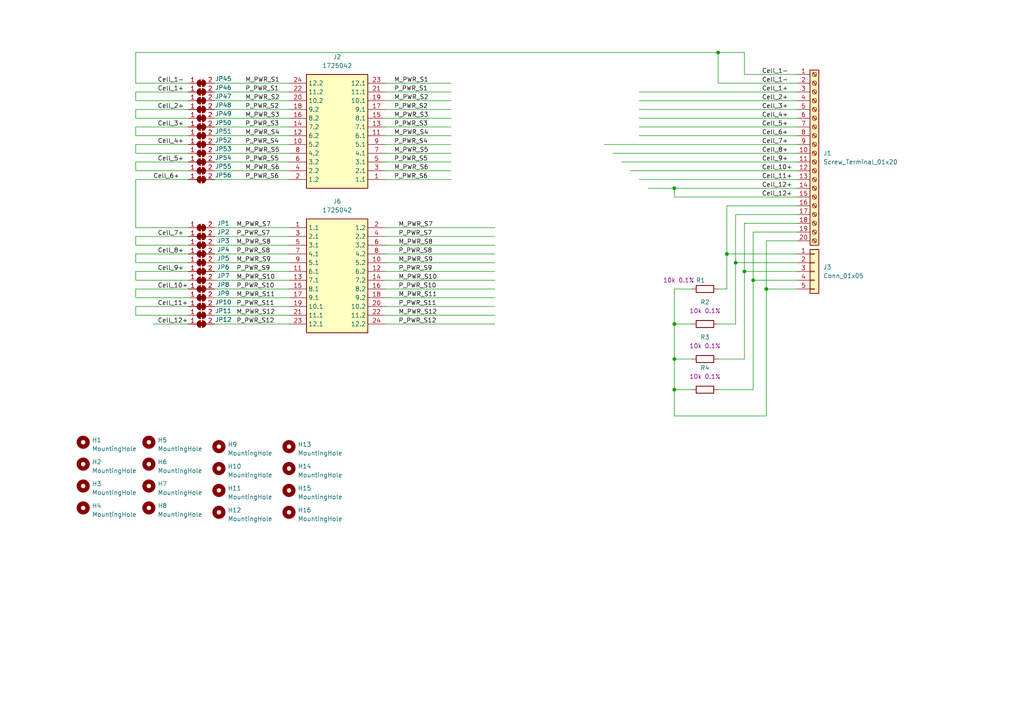
<source format=kicad_sch>
(kicad_sch (version 20230121) (generator eeschema)
  (paper "A4")
  (lib_symbols
    (symbol "Connector_Generic:Conn_01x05" (pin_names (offset 1.016) hide)
      (property "Reference" "J" (at 0 7.62 0))
      (property "Value" "Conn_01x05" (at 0 -7.62 0))
      (symbol "Conn_01x05_1_1"
        (rectangle (start -1.27 -4.953) (end 0 -5.207) (stroke (width 0.1524)))
        (rectangle (start -1.27 -2.413) (end 0 -2.667) (stroke (width 0.1524)))
        (rectangle (start -1.27 0.127) (end 0 -0.127) (stroke (width 0.1524)))
        (rectangle (start -1.27 2.667) (end 0 2.413) (stroke (width 0.1524)))
        (rectangle (start -1.27 5.207) (end 0 4.953) (stroke (width 0.1524)))
        (rectangle (start -1.27 6.35) (end 1.27 -6.35) (stroke (width 0.254)) (fill (type background)))
        (pin passive line (at -5.08 5.08 0) (length 3.81) (name "Pin_1") (number "1"))
        (pin passive line (at -5.08 2.54 0) (length 3.81) (name "Pin_2") (number "2"))
        (pin passive line (at -5.08 0 0) (length 3.81) (name "Pin_3") (number "3"))
        (pin passive line (at -5.08 -2.54 0) (length 3.81) (name "Pin_4") (number "4"))
        (pin passive line (at -5.08 -5.08 0) (length 3.81) (name "Pin_5") (number "5"))
      )
    )
    (symbol "Connectors_local:1725042"
      (property "Reference" "J" (at 24.13 7.62 0))
      (property "Value" "1725042" (at 24.13 5.08 0))
      (symbol "1725042_1_1"
        (rectangle (start 5.08 2.54) (end 22.86 -30.48) (stroke (width 0.254)) (fill (type background)))
        (pin passive line (at 0 0 0) (length 5.08) (name "1.1") (number "1"))
        (pin passive line (at 27.94 -10.16 180) (length 5.08) (name "5.2") (number "10"))
        (pin passive line (at 0 -12.7 0) (length 5.08) (name "6.1") (number "11"))
        (pin passive line (at 27.94 -12.7 180) (length 5.08) (name "6.2") (number "12"))
        (pin passive line (at 0 -15.24 0) (length 5.08) (name "7.1") (number "13"))
        (pin passive line (at 27.94 -15.24 180) (length 5.08) (name "7.2") (number "14"))
        (pin passive line (at 0 -17.78 0) (length 5.08) (name "8.1") (number "15"))
        (pin passive line (at 27.94 -17.78 180) (length 5.08) (name "8.2") (number "16"))
        (pin passive line (at 0 -20.32 0) (length 5.08) (name "9.1") (number "17"))
        (pin passive line (at 27.94 -20.32 180) (length 5.08) (name "9.2") (number "18"))
        (pin passive line (at 0 -22.86 0) (length 5.08) (name "10.1") (number "19"))
        (pin passive line (at 27.94 0 180) (length 5.08) (name "1.2") (number "2"))
        (pin passive line (at 27.94 -22.86 180) (length 5.08) (name "10.2") (number "20"))
        (pin passive line (at 0 -25.4 0) (length 5.08) (name "11.1") (number "21"))
        (pin passive line (at 27.94 -25.4 180) (length 5.08) (name "11.2") (number "22"))
        (pin passive line (at 0 -27.94 0) (length 5.08) (name "12.1") (number "23"))
        (pin passive line (at 27.94 -27.94 180) (length 5.08) (name "12.2") (number "24"))
        (pin passive line (at 0 -2.54 0) (length 5.08) (name "2.1") (number "3"))
        (pin passive line (at 27.94 -2.54 180) (length 5.08) (name "2.2") (number "4"))
        (pin passive line (at 0 -5.08 0) (length 5.08) (name "3.1") (number "5"))
        (pin passive line (at 27.94 -5.08 180) (length 5.08) (name "3.2") (number "6"))
        (pin passive line (at 0 -7.62 0) (length 5.08) (name "4.1") (number "7"))
        (pin passive line (at 27.94 -7.62 180) (length 5.08) (name "4.2") (number "8"))
        (pin passive line (at 0 -10.16 0) (length 5.08) (name "5.1") (number "9"))
      )
    )
    (symbol "Connectors_local:Screw_Terminal_01x20" (pin_names (offset 1.016) hide)
      (property "Reference" "J" (at 0 25.4 0))
      (property "Value" "Screw_Terminal_01x20" (at 0 -27.94 0))
      (symbol "Screw_Terminal_01x20_1_1"
        (rectangle (start -1.27 24.13) (end 1.27 -26.67) (stroke (width 0.254)) (fill (type background)))
        (circle (center 0 -25.4) (radius 0.635) (stroke (width 0.1524)))
        (circle (center 0 -22.86) (radius 0.635) (stroke (width 0.1524)))
        (circle (center 0 -20.32) (radius 0.635) (stroke (width 0.1524)))
        (circle (center 0 -17.78) (radius 0.635) (stroke (width 0.1524)))
        (circle (center 0 -15.24) (radius 0.635) (stroke (width 0.1524)))
        (circle (center 0 -12.7) (radius 0.635) (stroke (width 0.1524)))
        (circle (center 0 -10.16) (radius 0.635) (stroke (width 0.1524)))
        (circle (center 0 -7.62) (radius 0.635) (stroke (width 0.1524)))
        (circle (center 0 -5.08) (radius 0.635) (stroke (width 0.1524)))
        (circle (center 0 -2.54) (radius 0.635) (stroke (width 0.1524)))
        (polyline (pts (xy -0.5334 -25.0698) (xy 0.3302 -25.908)) (stroke (width 0.1524)))
        (polyline (pts (xy -0.5334 -22.5298) (xy 0.3302 -23.368)) (stroke (width 0.1524)))
        (polyline (pts (xy -0.5334 -19.9898) (xy 0.3302 -20.828)) (stroke (width 0.1524)))
        (polyline (pts (xy -0.5334 -17.4498) (xy 0.3302 -18.288)) (stroke (width 0.1524)))
        (polyline (pts (xy -0.5334 -14.9098) (xy 0.3302 -15.748)) (stroke (width 0.1524)))
        (polyline (pts (xy -0.5334 -12.3698) (xy 0.3302 -13.208)) (stroke (width 0.1524)))
        (polyline (pts (xy -0.5334 -9.8298) (xy 0.3302 -10.668)) (stroke (width 0.1524)))
        (polyline (pts (xy -0.5334 -7.2898) (xy 0.3302 -8.128)) (stroke (width 0.1524)))
        (polyline (pts (xy -0.5334 -4.7498) (xy 0.3302 -5.588)) (stroke (width 0.1524)))
        (polyline (pts (xy -0.5334 -2.2098) (xy 0.3302 -3.048)) (stroke (width 0.1524)))
        (polyline (pts (xy -0.5334 0.3302) (xy 0.3302 -0.508)) (stroke (width 0.1524)))
        (polyline (pts (xy -0.5334 2.8702) (xy 0.3302 2.032)) (stroke (width 0.1524)))
        (polyline (pts (xy -0.5334 5.4102) (xy 0.3302 4.572)) (stroke (width 0.1524)))
        (polyline (pts (xy -0.5334 7.9502) (xy 0.3302 7.112)) (stroke (width 0.1524)))
        (polyline (pts (xy -0.5334 10.4902) (xy 0.3302 9.652)) (stroke (width 0.1524)))
        (polyline (pts (xy -0.5334 13.0302) (xy 0.3302 12.192)) (stroke (width 0.1524)))
        (polyline (pts (xy -0.5334 15.5702) (xy 0.3302 14.732)) (stroke (width 0.1524)))
        (polyline (pts (xy -0.5334 18.1102) (xy 0.3302 17.272)) (stroke (width 0.1524)))
        (polyline (pts (xy -0.5334 20.6502) (xy 0.3302 19.812)) (stroke (width 0.1524)))
        (polyline (pts (xy -0.5334 23.1902) (xy 0.3302 22.352)) (stroke (width 0.1524)))
        (polyline (pts (xy -0.3556 -24.892) (xy 0.508 -25.7302)) (stroke (width 0.1524)))
        (polyline (pts (xy -0.3556 -22.352) (xy 0.508 -23.1902)) (stroke (width 0.1524)))
        (polyline (pts (xy -0.3556 -19.812) (xy 0.508 -20.6502)) (stroke (width 0.1524)))
        (polyline (pts (xy -0.3556 -17.272) (xy 0.508 -18.1102)) (stroke (width 0.1524)))
        (polyline (pts (xy -0.3556 -14.732) (xy 0.508 -15.5702)) (stroke (width 0.1524)))
        (polyline (pts (xy -0.3556 -12.192) (xy 0.508 -13.0302)) (stroke (width 0.1524)))
        (polyline (pts (xy -0.3556 -9.652) (xy 0.508 -10.4902)) (stroke (width 0.1524)))
        (polyline (pts (xy -0.3556 -7.112) (xy 0.508 -7.9502)) (stroke (width 0.1524)))
        (polyline (pts (xy -0.3556 -4.572) (xy 0.508 -5.4102)) (stroke (width 0.1524)))
        (polyline (pts (xy -0.3556 -2.032) (xy 0.508 -2.8702)) (stroke (width 0.1524)))
        (polyline (pts (xy -0.3556 0.508) (xy 0.508 -0.3302)) (stroke (width 0.1524)))
        (polyline (pts (xy -0.3556 3.048) (xy 0.508 2.2098)) (stroke (width 0.1524)))
        (polyline (pts (xy -0.3556 5.588) (xy 0.508 4.7498)) (stroke (width 0.1524)))
        (polyline (pts (xy -0.3556 8.128) (xy 0.508 7.2898)) (stroke (width 0.1524)))
        (polyline (pts (xy -0.3556 10.668) (xy 0.508 9.8298)) (stroke (width 0.1524)))
        (polyline (pts (xy -0.3556 13.208) (xy 0.508 12.3698)) (stroke (width 0.1524)))
        (polyline (pts (xy -0.3556 15.748) (xy 0.508 14.9098)) (stroke (width 0.1524)))
        (polyline (pts (xy -0.3556 18.288) (xy 0.508 17.4498)) (stroke (width 0.1524)))
        (polyline (pts (xy -0.3556 20.828) (xy 0.508 19.9898)) (stroke (width 0.1524)))
        (polyline (pts (xy -0.3556 23.368) (xy 0.508 22.5298)) (stroke (width 0.1524)))
        (circle (center 0 0) (radius 0.635) (stroke (width 0.1524)))
        (circle (center 0 2.54) (radius 0.635) (stroke (width 0.1524)))
        (circle (center 0 5.08) (radius 0.635) (stroke (width 0.1524)))
        (circle (center 0 7.62) (radius 0.635) (stroke (width 0.1524)))
        (circle (center 0 10.16) (radius 0.635) (stroke (width 0.1524)))
        (circle (center 0 12.7) (radius 0.635) (stroke (width 0.1524)))
        (circle (center 0 15.24) (radius 0.635) (stroke (width 0.1524)))
        (circle (center 0 17.78) (radius 0.635) (stroke (width 0.1524)))
        (circle (center 0 20.32) (radius 0.635) (stroke (width 0.1524)))
        (circle (center 0 22.86) (radius 0.635) (stroke (width 0.1524)))
        (pin passive line (at -5.08 22.86 0) (length 3.81) (name "Pin_1") (number "1"))
        (pin passive line (at -5.08 0 0) (length 3.81) (name "Pin_10") (number "10"))
        (pin passive line (at -5.08 -2.54 0) (length 3.81) (name "Pin_11") (number "11"))
        (pin passive line (at -5.08 -5.08 0) (length 3.81) (name "Pin_12") (number "12"))
        (pin passive line (at -5.08 -7.62 0) (length 3.81) (name "Pin_13") (number "13"))
        (pin passive line (at -5.08 -10.16 0) (length 3.81) (name "Pin_14") (number "14"))
        (pin passive line (at -5.08 -12.7 0) (length 3.81) (name "Pin_15") (number "15"))
        (pin passive line (at -5.08 -15.24 0) (length 3.81) (name "Pin_16") (number "16"))
        (pin passive line (at -5.08 -17.78 0) (length 3.81) (name "Pin_17") (number "17"))
        (pin passive line (at -5.08 -20.32 0) (length 3.81) (name "Pin_18") (number "18"))
        (pin passive line (at -5.08 -22.86 0) (length 3.81) (name "Pin_19") (number "19"))
        (pin passive line (at -5.08 20.32 0) (length 3.81) (name "Pin_2") (number "2"))
        (pin passive line (at -5.08 -25.4 0) (length 3.81) (name "Pin_20") (number "20"))
        (pin passive line (at -5.08 17.78 0) (length 3.81) (name "Pin_3") (number "3"))
        (pin passive line (at -5.08 15.24 0) (length 3.81) (name "Pin_4") (number "4"))
        (pin passive line (at -5.08 12.7 0) (length 3.81) (name "Pin_5") (number "5"))
        (pin passive line (at -5.08 10.16 0) (length 3.81) (name "Pin_6") (number "6"))
        (pin passive line (at -5.08 7.62 0) (length 3.81) (name "Pin_7") (number "7"))
        (pin passive line (at -5.08 5.08 0) (length 3.81) (name "Pin_8") (number "8"))
        (pin passive line (at -5.08 2.54 0) (length 3.81) (name "Pin_9") (number "9"))
      )
    )
    (symbol "Jumper:SolderJumper_2_Bridged" (pin_names (offset 0) hide)
      (property "Reference" "JP" (at 0 2.032 0))
      (property "Value" "SolderJumper_2_Bridged" (at 0 -2.54 0))
      (symbol "SolderJumper_2_Bridged_0_1"
        (rectangle (start -0.508 0.508) (end 0.508 -0.508) (fill (type outline)))
        (arc (start -0.254 1.016) (mid -1.2656 0) (end -0.254 -1.016))
        (arc (start -0.254 1.016) (mid -1.2656 0) (end -0.254 -1.016) (fill (type outline)))
        (polyline (pts (xy -0.254 1.016) (xy -0.254 -1.016)))
        (polyline (pts (xy 0.254 1.016) (xy 0.254 -1.016)))
        (arc (start 0.254 -1.016) (mid 1.2656 0) (end 0.254 1.016))
        (arc (start 0.254 -1.016) (mid 1.2656 0) (end 0.254 1.016) (fill (type outline)))
      )
      (symbol "SolderJumper_2_Bridged_1_1"
        (pin passive line (at -3.81 0 0) (length 2.54) (name "A") (number "1"))
        (pin passive line (at 3.81 0 180) (length 2.54) (name "B") (number "2"))
      )
    )
    (symbol "Mechanical:MountingHole" (pin_names (offset 1.016))
      (property "Reference" "H" (at 0 5.08 0))
      (property "Value" "MountingHole" (at 0 3.175 0))
      (symbol "MountingHole_0_1"
        (circle (center 0 0) (radius 1.27) (stroke (width 1.27)))
      )
    )
    (symbol "PCM_4ms_Resistor:10k_0603_0.1%" (pin_numbers hide) (pin_names (offset 0))
      (property "Reference" "R" (at 2.032 0 90))
      (property "Display" "10k 0.1%" (at 3.81 -4.445 90))
      (symbol "10k_0603_0.1%_0_1"
        (rectangle (start -1.016 -2.54) (end 1.016 2.54) (stroke (width 0.254)))
      )
      (symbol "10k_0603_0.1%_1_1"
        (pin passive line (at 0 3.81 270) (length 1.27) (name "~") (number "1"))
        (pin passive line (at 0 -3.81 90) (length 1.27) (name "~") (number "2"))
      )
    )
  )
  (junction (at 218.44 81.28))
  (junction (at 222.25 83.82))
  (junction (at 210.82 73.66))
  (junction (at 195.58 54.61))
  (junction (at 195.58 104.14))
  (junction (at 215.9 78.74))
  (junction (at 208.28 15.24))
  (junction (at 195.58 113.03))
  (junction (at 195.58 93.98))
  (junction (at 213.36 76.2))
  (wire (pts (xy 62.23 78.74) (xy 83.82 78.74)))
  (wire (pts (xy 215.9 104.14) (xy 215.9 78.74)))
  (wire (pts (xy 62.23 73.66) (xy 83.82 73.66)))
  (wire (pts (xy 39.37 73.66) (xy 39.37 76.2)))
  (wire (pts (xy 215.9 64.77) (xy 231.14 64.77)))
  (wire (pts (xy 111.76 66.04) (xy 143.51 66.04)))
  (wire (pts (xy 62.23 49.53) (xy 83.82 49.53)))
  (wire (pts (xy 39.37 34.29) (xy 54.61 34.29)))
  (wire (pts (xy 111.76 52.07) (xy 130.81 52.07)))
  (wire (pts (xy 39.37 36.83) (xy 54.61 36.83)))
  (wire (pts (xy 111.76 49.53) (xy 130.81 49.53)))
  (wire (pts (xy 195.58 83.82) (xy 195.58 93.98)))
  (wire (pts (xy 208.28 15.24) (xy 208.28 24.13)))
  (wire (pts (xy 62.23 68.58) (xy 83.82 68.58)))
  (wire (pts (xy 215.9 21.59) (xy 231.14 21.59)))
  (wire (pts (xy 215.9 78.74) (xy 215.9 64.77)))
  (wire (pts (xy 185.42 31.75) (xy 231.14 31.75)))
  (wire (pts (xy 111.76 31.75) (xy 130.81 31.75)))
  (wire (pts (xy 39.37 52.07) (xy 54.61 52.07)))
  (wire (pts (xy 111.76 39.37) (xy 130.81 39.37)))
  (wire (pts (xy 62.23 29.21) (xy 83.82 29.21)))
  (wire (pts (xy 175.26 41.91) (xy 231.14 41.91)))
  (wire (pts (xy 218.44 113.03) (xy 218.44 81.28)))
  (wire (pts (xy 62.23 76.2) (xy 83.82 76.2)))
  (wire (pts (xy 111.76 34.29) (xy 130.81 34.29)))
  (wire (pts (xy 39.37 68.58) (xy 54.61 68.58)))
  (wire (pts (xy 222.25 83.82) (xy 222.25 69.85)))
  (wire (pts (xy 39.37 78.74) (xy 54.61 78.74)))
  (wire (pts (xy 39.37 46.99) (xy 54.61 46.99)))
  (wire (pts (xy 62.23 31.75) (xy 83.82 31.75)))
  (wire (pts (xy 62.23 66.04) (xy 83.82 66.04)))
  (wire (pts (xy 195.58 113.03) (xy 195.58 120.65)))
  (wire (pts (xy 185.42 26.67) (xy 231.14 26.67)))
  (wire (pts (xy 195.58 104.14) (xy 195.58 113.03)))
  (wire (pts (xy 39.37 76.2) (xy 54.61 76.2)))
  (wire (pts (xy 111.76 26.67) (xy 130.81 26.67)))
  (wire (pts (xy 231.14 59.69) (xy 210.82 59.69)))
  (wire (pts (xy 39.37 86.36) (xy 54.61 86.36)))
  (wire (pts (xy 208.28 113.03) (xy 218.44 113.03)))
  (wire (pts (xy 39.37 88.9) (xy 39.37 91.44)))
  (wire (pts (xy 62.23 41.91) (xy 83.82 41.91)))
  (wire (pts (xy 177.8 44.45) (xy 231.14 44.45)))
  (wire (pts (xy 111.76 93.98) (xy 143.51 93.98)))
  (wire (pts (xy 39.37 44.45) (xy 54.61 44.45)))
  (wire (pts (xy 222.25 83.82) (xy 231.14 83.82)))
  (wire (pts (xy 213.36 76.2) (xy 231.14 76.2)))
  (wire (pts (xy 111.76 83.82) (xy 143.51 83.82)))
  (wire (pts (xy 185.42 36.83) (xy 231.14 36.83)))
  (wire (pts (xy 39.37 26.67) (xy 54.61 26.67)))
  (wire (pts (xy 62.23 83.82) (xy 83.82 83.82)))
  (wire (pts (xy 39.37 41.91) (xy 39.37 44.45)))
  (wire (pts (xy 39.37 81.28) (xy 54.61 81.28)))
  (wire (pts (xy 182.88 49.53) (xy 231.14 49.53)))
  (wire (pts (xy 62.23 71.12) (xy 83.82 71.12)))
  (wire (pts (xy 218.44 81.28) (xy 231.14 81.28)))
  (wire (pts (xy 39.37 31.75) (xy 54.61 31.75)))
  (wire (pts (xy 62.23 26.67) (xy 83.82 26.67)))
  (wire (pts (xy 39.37 26.67) (xy 39.37 29.21)))
  (wire (pts (xy 39.37 68.58) (xy 39.37 71.12)))
  (wire (pts (xy 195.58 54.61) (xy 231.14 54.61)))
  (wire (pts (xy 208.28 24.13) (xy 231.14 24.13)))
  (wire (pts (xy 62.23 36.83) (xy 83.82 36.83)))
  (wire (pts (xy 39.37 29.21) (xy 54.61 29.21)))
  (wire (pts (xy 200.66 83.82) (xy 195.58 83.82)))
  (wire (pts (xy 210.82 83.82) (xy 208.28 83.82)))
  (wire (pts (xy 39.37 52.07) (xy 39.37 66.04)))
  (wire (pts (xy 111.76 24.13) (xy 130.81 24.13)))
  (wire (pts (xy 39.37 24.13) (xy 39.37 15.24)))
  (wire (pts (xy 62.23 88.9) (xy 83.82 88.9)))
  (wire (pts (xy 39.37 15.24) (xy 208.28 15.24)))
  (wire (pts (xy 39.37 24.13) (xy 54.61 24.13)))
  (wire (pts (xy 187.96 54.61) (xy 195.58 54.61)))
  (wire (pts (xy 210.82 59.69) (xy 210.82 73.66)))
  (wire (pts (xy 39.37 91.44) (xy 54.61 91.44)))
  (wire (pts (xy 185.42 39.37) (xy 231.14 39.37)))
  (wire (pts (xy 185.42 34.29) (xy 231.14 34.29)))
  (wire (pts (xy 111.76 44.45) (xy 130.81 44.45)))
  (wire (pts (xy 213.36 93.98) (xy 213.36 76.2)))
  (wire (pts (xy 208.28 15.24) (xy 215.9 15.24)))
  (wire (pts (xy 208.28 93.98) (xy 213.36 93.98)))
  (wire (pts (xy 185.42 52.07) (xy 231.14 52.07)))
  (wire (pts (xy 222.25 69.85) (xy 231.14 69.85)))
  (wire (pts (xy 111.76 41.91) (xy 130.81 41.91)))
  (wire (pts (xy 62.23 86.36) (xy 83.82 86.36)))
  (wire (pts (xy 111.76 81.28) (xy 143.51 81.28)))
  (wire (pts (xy 39.37 31.75) (xy 39.37 34.29)))
  (wire (pts (xy 62.23 24.13) (xy 83.82 24.13)))
  (wire (pts (xy 111.76 71.12) (xy 143.51 71.12)))
  (wire (pts (xy 111.76 78.74) (xy 143.51 78.74)))
  (wire (pts (xy 195.58 57.15) (xy 231.14 57.15)))
  (wire (pts (xy 111.76 86.36) (xy 143.51 86.36)))
  (wire (pts (xy 195.58 120.65) (xy 222.25 120.65)))
  (wire (pts (xy 210.82 73.66) (xy 210.82 83.82)))
  (wire (pts (xy 39.37 39.37) (xy 54.61 39.37)))
  (wire (pts (xy 39.37 71.12) (xy 54.61 71.12)))
  (wire (pts (xy 39.37 66.04) (xy 54.61 66.04)))
  (wire (pts (xy 39.37 46.99) (xy 39.37 49.53)))
  (wire (pts (xy 39.37 83.82) (xy 39.37 86.36)))
  (wire (pts (xy 213.36 62.23) (xy 231.14 62.23)))
  (wire (pts (xy 111.76 46.99) (xy 130.81 46.99)))
  (wire (pts (xy 213.36 76.2) (xy 213.36 62.23)))
  (wire (pts (xy 222.25 120.65) (xy 222.25 83.82)))
  (wire (pts (xy 39.37 41.91) (xy 54.61 41.91)))
  (wire (pts (xy 62.23 91.44) (xy 83.82 91.44)))
  (wire (pts (xy 62.23 39.37) (xy 83.82 39.37)))
  (wire (pts (xy 195.58 54.61) (xy 195.58 57.15)))
  (wire (pts (xy 111.76 29.21) (xy 130.81 29.21)))
  (wire (pts (xy 195.58 93.98) (xy 195.58 104.14)))
  (wire (pts (xy 208.28 104.14) (xy 215.9 104.14)))
  (wire (pts (xy 210.82 73.66) (xy 231.14 73.66)))
  (wire (pts (xy 62.23 52.07) (xy 83.82 52.07)))
  (wire (pts (xy 111.76 88.9) (xy 143.51 88.9)))
  (wire (pts (xy 180.34 46.99) (xy 231.14 46.99)))
  (wire (pts (xy 39.37 83.82) (xy 54.61 83.82)))
  (wire (pts (xy 195.58 104.14) (xy 200.66 104.14)))
  (wire (pts (xy 44.45 93.98) (xy 54.61 93.98)))
  (wire (pts (xy 62.23 44.45) (xy 83.82 44.45)))
  (wire (pts (xy 218.44 81.28) (xy 218.44 67.31)))
  (wire (pts (xy 111.76 91.44) (xy 143.51 91.44)))
  (wire (pts (xy 215.9 78.74) (xy 231.14 78.74)))
  (wire (pts (xy 111.76 68.58) (xy 143.51 68.58)))
  (wire (pts (xy 62.23 81.28) (xy 83.82 81.28)))
  (wire (pts (xy 111.76 36.83) (xy 130.81 36.83)))
  (wire (pts (xy 111.76 76.2) (xy 143.51 76.2)))
  (wire (pts (xy 195.58 93.98) (xy 200.66 93.98)))
  (wire (pts (xy 185.42 29.21) (xy 231.14 29.21)))
  (wire (pts (xy 39.37 78.74) (xy 39.37 81.28)))
  (wire (pts (xy 111.76 73.66) (xy 143.51 73.66)))
  (wire (pts (xy 215.9 15.24) (xy 215.9 21.59)))
  (wire (pts (xy 39.37 36.83) (xy 39.37 39.37)))
  (wire (pts (xy 39.37 49.53) (xy 54.61 49.53)))
  (wire (pts (xy 39.37 73.66) (xy 54.61 73.66)))
  (wire (pts (xy 39.37 88.9) (xy 54.61 88.9)))
  (wire (pts (xy 62.23 34.29) (xy 83.82 34.29)))
  (wire (pts (xy 195.58 113.03) (xy 200.66 113.03)))
  (wire (pts (xy 62.23 46.99) (xy 83.82 46.99)))
  (wire (pts (xy 62.23 93.98) (xy 83.82 93.98)))
  (wire (pts (xy 218.44 67.31) (xy 231.14 67.31)))
  (label "M_PWR_S7" (at 68.58 66.04 0))
  (label "M_PWR_S2" (at 114.3 29.21 0))
  (label "Cell_1+" (at 220.98 26.67 0))
  (label "M_PWR_S9" (at 115.57 76.2 0))
  (label "Cell_3+" (at 45.72 36.83 0))
  (label "Cell_1-" (at 220.98 24.13 0))
  (label "P_PWR_S2" (at 71.12 31.75 0))
  (label "P_PWR_S5" (at 71.12 46.99 0))
  (label "Cell_11+" (at 220.98 52.07 0))
  (label "P_PWR_S2" (at 114.3 31.75 0))
  (label "P_PWR_S8" (at 115.57 73.66 0))
  (label "M_PWR_S11" (at 68.58 86.36 0))
  (label "Cell_3+" (at 220.98 31.75 0))
  (label "Cell_5+" (at 220.98 36.83 0))
  (label "Cell_5+" (at 45.72 46.99 0))
  (label "M_PWR_S6" (at 71.12 49.53 0))
  (label "P_PWR_S3" (at 114.3 36.83 0))
  (label "Cell_2+" (at 220.98 29.21 0))
  (label "M_PWR_S9" (at 68.58 76.2 0))
  (label "Cell_1-" (at 220.98 21.59 0))
  (label "Cell_12+" (at 220.98 54.61 0))
  (label "M_PWR_S4" (at 71.12 39.37 0))
  (label "M_PWR_S7" (at 115.57 66.04 0))
  (label "Cell_6+" (at 44.45 52.07 0))
  (label "M_PWR_S2" (at 71.12 29.21 0))
  (label "Cell_12+" (at 45.72 93.98 0))
  (label "Cell_2+" (at 45.72 31.75 0))
  (label "M_PWR_S12" (at 68.58 91.44 0))
  (label "P_PWR_S6" (at 114.3 52.07 0))
  (label "P_PWR_S9" (at 115.57 78.74 0))
  (label "Cell_1-" (at 45.72 24.13 0))
  (label "Cell_12+" (at 220.98 57.15 0))
  (label "P_PWR_S10" (at 68.58 83.82 0))
  (label "Cell_10+" (at 45.72 83.82 0))
  (label "Cell_8+" (at 45.72 73.66 0))
  (label "Cell_7+" (at 220.98 41.91 0))
  (label "Cell_8+" (at 220.98 44.45 0))
  (label "M_PWR_S1" (at 71.12 24.13 0))
  (label "Cell_6+" (at 220.98 39.37 0))
  (label "P_PWR_S11" (at 68.58 88.9 0))
  (label "Cell_11+" (at 45.72 88.9 0))
  (label "Cell_10+" (at 220.98 49.53 0))
  (label "P_PWR_S12" (at 115.57 93.98 0))
  (label "M_PWR_S3" (at 71.12 34.29 0))
  (label "P_PWR_S3" (at 71.12 36.83 0))
  (label "M_PWR_S3" (at 114.3 34.29 0))
  (label "M_PWR_S1" (at 114.3 24.13 0))
  (label "P_PWR_S1" (at 71.12 26.67 0))
  (label "P_PWR_S1" (at 114.3 26.67 0))
  (label "M_PWR_S4" (at 114.3 39.37 0))
  (label "P_PWR_S4" (at 71.12 41.91 0))
  (label "Cell_9+" (at 220.98 46.99 0))
  (label "P_PWR_S6" (at 71.12 52.07 0))
  (label "M_PWR_S12" (at 115.57 91.44 0))
  (label "M_PWR_S5" (at 114.3 44.45 0))
  (label "P_PWR_S7" (at 68.58 68.58 0))
  (label "Cell_4+" (at 220.98 34.29 0))
  (label "M_PWR_S11" (at 115.57 86.36 0))
  (label "P_PWR_S4" (at 114.3 41.91 0))
  (label "P_PWR_S9" (at 68.58 78.74 0))
  (label "P_PWR_S5" (at 114.3 46.99 0))
  (label "Cell_7+" (at 45.72 68.58 0))
  (label "M_PWR_S8" (at 115.57 71.12 0))
  (label "P_PWR_S8" (at 68.58 73.66 0))
  (label "Cell_4+" (at 45.72 41.91 0))
  (label "Cell_1+" (at 45.72 26.67 0))
  (label "P_PWR_S7" (at 115.57 68.58 0))
  (label "P_PWR_S11" (at 115.57 88.9 0))
  (label "P_PWR_S10" (at 115.57 83.82 0))
  (label "M_PWR_S10" (at 68.58 81.28 0))
  (label "M_PWR_S8" (at 68.58 71.12 0))
  (label "Cell_9+" (at 45.72 78.74 0))
  (label "M_PWR_S10" (at 115.57 81.28 0))
  (label "P_PWR_S12" (at 68.58 93.98 0))
  (label "M_PWR_S6" (at 114.3 49.53 0))
  (label "M_PWR_S5" (at 71.12 44.45 0))
  (symbol (lib_id "Jumper:SolderJumper_2_Bridged") (at 58.42 68.58 0) (unit 1)
    (property "Reference" "JP2" (at 64.77 67.31 0))
    (property "Value" "SolderJumper_2_Bridged" (effects hide))
    (property "Footprint" "Jumper:SolderJumper-2_P1.3mm_Bridged2Bar_RoundedPad1.0x1.5mm" (effects hide))
  )
  (symbol (lib_id "Mechanical:MountingHole") (at 83.82 142.24 0) (unit 1)
    (property "Reference" "H15" (at 86.36 141.605 0) (effects (justify left)))
    (property "Value" "MountingHole" (at 86.36 144.145 0) (effects (justify left)))
    (property "Footprint" "MountingHole:MountingHole_3.2mm_M3_ISO14580" (effects hide))
  )
  (symbol (lib_id "Connectors_local:1725042") (at 83.82 66.04 0) (unit 1)
    (property "Reference" "J6" (at 97.79 58.42 0))
    (property "Value" "1725042" (at 97.79 60.96 0))
    (property "Footprint" "Connectors_local:1725042" (effects hide))
    (property "Datasheet" "http://www.phoenixcontact.com/de/produkte/1725042/pdf" (effects hide))
    (property "Height" "16.15" (effects hide))
    (property "Manufacturer_Name" "Phoenix Contact" (effects hide))
    (property "Manufacturer_Part_Number" "1725042" (effects hide))
    (property "Mouser Part Number" "651-1725042" (effects hide))
    (property "Mouser Price/Stock" "https://www.mouser.co.uk/ProductDetail/Phoenix-Contact/1725042?qs=FsiEaDPgmK%2Fag7OZ9kSlSQ%3D%3D" (effects hide))
  )
  (symbol (lib_id "Jumper:SolderJumper_2_Bridged") (at 58.42 71.12 0) (unit 1)
    (property "Reference" "JP3" (at 64.77 69.85 0))
    (property "Value" "SolderJumper_2_Bridged" (effects hide))
    (property "Footprint" "Jumper:SolderJumper-2_P1.3mm_Bridged2Bar_RoundedPad1.0x1.5mm" (effects hide))
  )
  (symbol (lib_id "Connectors_local:Screw_Terminal_01x20") (at 236.22 44.45 0) (unit 1)
    (property "Reference" "J1" (at 238.76 44.45 0) (effects (justify left)))
    (property "Value" "Screw_Terminal_01x20" (at 238.76 46.99 0) (effects (justify left)))
    (property "Footprint" "Connectors_local:TerminalBlock_4Ucon_1x20_P3.50mm_Vertical_copy" (effects hide))
  )
  (symbol (lib_id "Jumper:SolderJumper_2_Bridged") (at 58.42 86.36 0) (unit 1)
    (property "Reference" "JP9" (at 64.77 85.09 0))
    (property "Value" "SolderJumper_2_Bridged" (effects hide))
    (property "Footprint" "Jumper:SolderJumper-2_P1.3mm_Bridged2Bar_RoundedPad1.0x1.5mm" (effects hide))
  )
  (symbol (lib_id "Jumper:SolderJumper_2_Bridged") (at 58.42 29.21 0) (unit 1)
    (property "Reference" "JP47" (at 64.77 27.94 0))
    (property "Value" "SolderJumper_2_Bridged" (effects hide))
    (property "Footprint" "Jumper:SolderJumper-2_P1.3mm_Bridged2Bar_RoundedPad1.0x1.5mm" (effects hide))
  )
  (symbol (lib_id "Jumper:SolderJumper_2_Bridged") (at 58.42 76.2 0) (unit 1)
    (property "Reference" "JP5" (at 64.77 74.93 0))
    (property "Value" "SolderJumper_2_Bridged" (effects hide))
    (property "Footprint" "Jumper:SolderJumper-2_P1.3mm_Bridged2Bar_RoundedPad1.0x1.5mm" (effects hide))
  )
  (symbol (lib_id "Jumper:SolderJumper_2_Bridged") (at 58.42 78.74 0) (unit 1)
    (property "Reference" "JP6" (at 64.77 77.47 0))
    (property "Value" "SolderJumper_2_Bridged" (effects hide))
    (property "Footprint" "Jumper:SolderJumper-2_P1.3mm_Bridged2Bar_RoundedPad1.0x1.5mm" (effects hide))
  )
  (symbol (lib_id "Mechanical:MountingHole") (at 43.18 134.62 0) (unit 1)
    (property "Reference" "H6" (at 45.72 133.985 0) (effects (justify left)))
    (property "Value" "MountingHole" (at 45.72 136.525 0) (effects (justify left)))
    (property "Footprint" "MountingHole:MountingHole_3.2mm_M3_ISO14580" (effects hide))
  )
  (symbol (lib_id "Jumper:SolderJumper_2_Bridged") (at 58.42 66.04 0) (unit 1)
    (property "Reference" "JP1" (at 64.77 64.77 0))
    (property "Value" "SolderJumper_2_Bridged" (effects hide))
    (property "Footprint" "Jumper:SolderJumper-2_P1.3mm_Bridged2Bar_RoundedPad1.0x1.5mm" (effects hide))
  )
  (symbol (lib_id "Mechanical:MountingHole") (at 83.82 148.59 0) (unit 1)
    (property "Reference" "H16" (at 86.36 147.955 0) (effects (justify left)))
    (property "Value" "MountingHole" (at 86.36 150.495 0) (effects (justify left)))
    (property "Footprint" "MountingHole:MountingHole_3.2mm_M3_ISO14580" (effects hide))
  )
  (symbol (lib_id "Mechanical:MountingHole") (at 43.18 128.27 0) (unit 1)
    (property "Reference" "H5" (at 45.72 127.635 0) (effects (justify left)))
    (property "Value" "MountingHole" (at 45.72 130.175 0) (effects (justify left)))
    (property "Footprint" "MountingHole:MountingHole_3.2mm_M3_ISO14580" (effects hide))
  )
  (symbol (lib_id "Mechanical:MountingHole") (at 63.5 148.59 0) (unit 1)
    (property "Reference" "H12" (at 66.04 147.955 0) (effects (justify left)))
    (property "Value" "MountingHole" (at 66.04 150.495 0) (effects (justify left)))
    (property "Footprint" "MountingHole:MountingHole_3.2mm_M3_ISO14580" (effects hide))
  )
  (symbol (lib_id "Jumper:SolderJumper_2_Bridged") (at 58.42 91.44 0) (unit 1)
    (property "Reference" "JP11" (at 64.77 90.17 0))
    (property "Value" "SolderJumper_2_Bridged" (effects hide))
    (property "Footprint" "Jumper:SolderJumper-2_P1.3mm_Bridged2Bar_RoundedPad1.0x1.5mm" (effects hide))
  )
  (symbol (lib_id "Jumper:SolderJumper_2_Bridged") (at 58.42 52.07 0) (unit 1)
    (property "Reference" "JP56" (at 64.77 50.8 0))
    (property "Value" "SolderJumper_2_Bridged" (effects hide))
    (property "Footprint" "Jumper:SolderJumper-2_P1.3mm_Bridged2Bar_RoundedPad1.0x1.5mm" (effects hide))
  )
  (symbol (lib_id "Jumper:SolderJumper_2_Bridged") (at 58.42 24.13 0) (unit 1)
    (property "Reference" "JP45" (at 64.77 22.86 0))
    (property "Value" "SolderJumper_2_Bridged" (effects hide))
    (property "Footprint" "Jumper:SolderJumper-2_P1.3mm_Bridged2Bar_RoundedPad1.0x1.5mm" (effects hide))
  )
  (symbol (lib_id "Jumper:SolderJumper_2_Bridged") (at 58.42 39.37 0) (unit 1)
    (property "Reference" "JP51" (at 64.77 38.1 0))
    (property "Value" "SolderJumper_2_Bridged" (effects hide))
    (property "Footprint" "Jumper:SolderJumper-2_P1.3mm_Bridged2Bar_RoundedPad1.0x1.5mm" (effects hide))
  )
  (symbol (lib_id "Mechanical:MountingHole") (at 24.13 128.27 0) (unit 1)
    (property "Reference" "H1" (at 26.67 127.635 0) (effects (justify left)))
    (property "Value" "MountingHole" (at 26.67 130.175 0) (effects (justify left)))
    (property "Footprint" "MountingHole:MountingHole_3.2mm_M3_ISO14580" (effects hide))
  )
  (symbol (lib_id "Jumper:SolderJumper_2_Bridged") (at 58.42 73.66 0) (unit 1)
    (property "Reference" "JP4" (at 64.77 72.39 0))
    (property "Value" "SolderJumper_2_Bridged" (effects hide))
    (property "Footprint" "Jumper:SolderJumper-2_P1.3mm_Bridged2Bar_RoundedPad1.0x1.5mm" (effects hide))
  )
  (symbol (lib_id "Connector_Generic:Conn_01x05") (at 236.22 78.74 0) (unit 1)
    (property "Reference" "J3" (at 238.76 77.47 0) (effects (justify left)))
    (property "Value" "Conn_01x05" (at 238.76 80.01 0) (effects (justify left)))
    (property "Footprint" "Connector_PinHeader_2.54mm:PinHeader_1x05_P2.54mm_Vertical" (effects hide))
  )
  (symbol (lib_id "Mechanical:MountingHole") (at 83.82 135.89 0) (unit 1)
    (property "Reference" "H14" (at 86.36 135.255 0) (effects (justify left)))
    (property "Value" "MountingHole" (at 86.36 137.795 0) (effects (justify left)))
    (property "Footprint" "MountingHole:MountingHole_3.2mm_M3_ISO14580" (effects hide))
  )
  (symbol (lib_id "Connectors_local:1725042") (at 111.76 52.07 180) (unit 1)
    (property "Reference" "J2" (at 97.79 16.51 0))
    (property "Value" "1725042" (at 97.79 19.05 0))
    (property "Footprint" "Connectors_local:1725042" (effects hide))
    (property "Datasheet" "http://www.phoenixcontact.com/de/produkte/1725042/pdf" (effects hide))
    (property "Height" "16.15" (effects hide))
    (property "Manufacturer_Name" "Phoenix Contact" (effects hide))
    (property "Manufacturer_Part_Number" "1725042" (effects hide))
    (property "Mouser Part Number" "651-1725042" (effects hide))
    (property "Mouser Price/Stock" "https://www.mouser.co.uk/ProductDetail/Phoenix-Contact/1725042?qs=FsiEaDPgmK%2Fag7OZ9kSlSQ%3D%3D" (effects hide))
  )
  (symbol (lib_id "Jumper:SolderJumper_2_Bridged") (at 58.42 34.29 0) (unit 1)
    (property "Reference" "JP49" (at 64.77 33.02 0))
    (property "Value" "SolderJumper_2_Bridged" (effects hide))
    (property "Footprint" "Jumper:SolderJumper-2_P1.3mm_Bridged2Bar_RoundedPad1.0x1.5mm" (effects hide))
  )
  (symbol (lib_id "Mechanical:MountingHole") (at 83.82 129.54 0) (unit 1)
    (property "Reference" "H13" (at 86.36 128.905 0) (effects (justify left)))
    (property "Value" "MountingHole" (at 86.36 131.445 0) (effects (justify left)))
    (property "Footprint" "MountingHole:MountingHole_3.2mm_M3_ISO14580" (effects hide))
  )
  (symbol (lib_id "PCM_4ms_Resistor:10k_0603_0.1%") (at 204.47 93.98 90) (unit 1)
    (property "Reference" "R2" (at 204.47 87.63 90))
    (property "Value" "10k_0603_0.1%" (effects hide))
    (property "Footprint" "PCM_4ms_Resistor:R_0603" (effects hide))
    (property "Display" "10k 0.1%" (at 204.47 90.17 90))
    (property "Specifications" "10k, 0.1%, 1/16W, 0603, 25ppm" (effects hide))
    (property "Manufacturer" "Panasonic" (effects hide))
    (property "Part Number" "ERJ-PB3B1002V" (effects hide))
    (property "Manufacturer 2" "Yageo" (effects hide))
    (property "Part Number 2" "RT0603BRD1010KL" (effects hide))
  )
  (symbol (lib_id "Mechanical:MountingHole") (at 43.18 140.97 0) (unit 1)
    (property "Reference" "H7" (at 45.72 140.335 0) (effects (justify left)))
    (property "Value" "MountingHole" (at 45.72 142.875 0) (effects (justify left)))
    (property "Footprint" "MountingHole:MountingHole_3.2mm_M3_ISO14580" (effects hide))
  )
  (symbol (lib_id "Mechanical:MountingHole") (at 63.5 142.24 0) (unit 1)
    (property "Reference" "H11" (at 66.04 141.605 0) (effects (justify left)))
    (property "Value" "MountingHole" (at 66.04 144.145 0) (effects (justify left)))
    (property "Footprint" "MountingHole:MountingHole_3.2mm_M3_ISO14580" (effects hide))
  )
  (symbol (lib_id "Jumper:SolderJumper_2_Bridged") (at 58.42 83.82 0) (unit 1)
    (property "Reference" "JP8" (at 64.77 82.55 0))
    (property "Value" "SolderJumper_2_Bridged" (effects hide))
    (property "Footprint" "Jumper:SolderJumper-2_P1.3mm_Bridged2Bar_RoundedPad1.0x1.5mm" (effects hide))
  )
  (symbol (lib_id "PCM_4ms_Resistor:10k_0603_0.1%") (at 204.47 104.14 90) (unit 1)
    (property "Reference" "R3" (at 204.47 97.79 90))
    (property "Value" "10k_0603_0.1%" (effects hide))
    (property "Footprint" "PCM_4ms_Resistor:R_0603" (effects hide))
    (property "Display" "10k 0.1%" (at 204.47 100.33 90))
    (property "Specifications" "10k, 0.1%, 1/16W, 0603, 25ppm" (effects hide))
    (property "Manufacturer" "Panasonic" (effects hide))
    (property "Part Number" "ERJ-PB3B1002V" (effects hide))
    (property "Manufacturer 2" "Yageo" (effects hide))
    (property "Part Number 2" "RT0603BRD1010KL" (effects hide))
  )
  (symbol (lib_id "Jumper:SolderJumper_2_Bridged") (at 58.42 44.45 0) (unit 1)
    (property "Reference" "JP53" (at 64.77 43.18 0))
    (property "Value" "SolderJumper_2_Bridged" (effects hide))
    (property "Footprint" "Jumper:SolderJumper-2_P1.3mm_Bridged2Bar_RoundedPad1.0x1.5mm" (effects hide))
  )
  (symbol (lib_id "Mechanical:MountingHole") (at 63.5 135.89 0) (unit 1)
    (property "Reference" "H10" (at 66.04 135.255 0) (effects (justify left)))
    (property "Value" "MountingHole" (at 66.04 137.795 0) (effects (justify left)))
    (property "Footprint" "MountingHole:MountingHole_3.2mm_M3_ISO14580" (effects hide))
  )
  (symbol (lib_id "Jumper:SolderJumper_2_Bridged") (at 58.42 49.53 0) (unit 1)
    (property "Reference" "JP55" (at 64.77 48.26 0))
    (property "Value" "SolderJumper_2_Bridged" (effects hide))
    (property "Footprint" "Jumper:SolderJumper-2_P1.3mm_Bridged2Bar_RoundedPad1.0x1.5mm" (effects hide))
  )
  (symbol (lib_id "PCM_4ms_Resistor:10k_0603_0.1%") (at 204.47 113.03 90) (unit 1)
    (property "Reference" "R4" (at 204.47 106.68 90))
    (property "Value" "10k_0603_0.1%" (effects hide))
    (property "Footprint" "PCM_4ms_Resistor:R_0603" (effects hide))
    (property "Display" "10k 0.1%" (at 204.47 109.22 90))
    (property "Specifications" "10k, 0.1%, 1/16W, 0603, 25ppm" (effects hide))
    (property "Manufacturer" "Panasonic" (effects hide))
    (property "Part Number" "ERJ-PB3B1002V" (effects hide))
    (property "Manufacturer 2" "Yageo" (effects hide))
    (property "Part Number 2" "RT0603BRD1010KL" (effects hide))
  )
  (symbol (lib_id "Jumper:SolderJumper_2_Bridged") (at 58.42 31.75 0) (unit 1)
    (property "Reference" "JP48" (at 64.77 30.48 0))
    (property "Value" "SolderJumper_2_Bridged" (effects hide))
    (property "Footprint" "Jumper:SolderJumper-2_P1.3mm_Bridged2Bar_RoundedPad1.0x1.5mm" (effects hide))
  )
  (symbol (lib_id "Jumper:SolderJumper_2_Bridged") (at 58.42 46.99 0) (unit 1)
    (property "Reference" "JP54" (at 64.77 45.72 0))
    (property "Value" "SolderJumper_2_Bridged" (effects hide))
    (property "Footprint" "Jumper:SolderJumper-2_P1.3mm_Bridged2Bar_RoundedPad1.0x1.5mm" (effects hide))
  )
  (symbol (lib_id "PCM_4ms_Resistor:10k_0603_0.1%") (at 204.47 83.82 90) (unit 1)
    (property "Reference" "R1" (at 203.2 81.28 90))
    (property "Value" "10k_0603_0.1%" (effects hide))
    (property "Footprint" "PCM_4ms_Resistor:R_0603" (effects hide))
    (property "Display" "10k 0.1%" (at 196.85 81.28 90))
    (property "Specifications" "10k, 0.1%, 1/16W, 0603, 25ppm" (effects hide))
    (property "Manufacturer" "Panasonic" (effects hide))
    (property "Part Number" "ERJ-PB3B1002V" (effects hide))
    (property "Manufacturer 2" "Yageo" (effects hide))
    (property "Part Number 2" "RT0603BRD1010KL" (effects hide))
  )
  (symbol (lib_id "Jumper:SolderJumper_2_Bridged") (at 58.42 93.98 0) (unit 1)
    (property "Reference" "JP12" (at 64.77 92.71 0))
    (property "Value" "SolderJumper_2_Bridged" (effects hide))
    (property "Footprint" "Jumper:SolderJumper-2_P1.3mm_Bridged2Bar_RoundedPad1.0x1.5mm" (effects hide))
  )
  (symbol (lib_id "Mechanical:MountingHole") (at 24.13 140.97 0) (unit 1)
    (property "Reference" "H3" (at 26.67 140.335 0) (effects (justify left)))
    (property "Value" "MountingHole" (at 26.67 142.875 0) (effects (justify left)))
    (property "Footprint" "MountingHole:MountingHole_3.2mm_M3_ISO14580" (effects hide))
  )
  (symbol (lib_id "Jumper:SolderJumper_2_Bridged") (at 58.42 26.67 0) (unit 1)
    (property "Reference" "JP46" (at 64.77 25.4 0))
    (property "Value" "SolderJumper_2_Bridged" (effects hide))
    (property "Footprint" "Jumper:SolderJumper-2_P1.3mm_Bridged2Bar_RoundedPad1.0x1.5mm" (effects hide))
  )
  (symbol (lib_id "Mechanical:MountingHole") (at 24.13 134.62 0) (unit 1)
    (property "Reference" "H2" (at 26.67 133.985 0) (effects (justify left)))
    (property "Value" "MountingHole" (at 26.67 136.525 0) (effects (justify left)))
    (property "Footprint" "MountingHole:MountingHole_3.2mm_M3_ISO14580" (effects hide))
  )
  (symbol (lib_id "Jumper:SolderJumper_2_Bridged") (at 58.42 41.91 0) (unit 1)
    (property "Reference" "JP52" (at 64.77 40.64 0))
    (property "Value" "SolderJumper_2_Bridged" (effects hide))
    (property "Footprint" "Jumper:SolderJumper-2_P1.3mm_Bridged2Bar_RoundedPad1.0x1.5mm" (effects hide))
  )
  (symbol (lib_id "Mechanical:MountingHole") (at 63.5 129.54 0) (unit 1)
    (property "Reference" "H9" (at 66.04 128.905 0) (effects (justify left)))
    (property "Value" "MountingHole" (at 66.04 131.445 0) (effects (justify left)))
    (property "Footprint" "MountingHole:MountingHole_3.2mm_M3_ISO14580" (effects hide))
  )
  (symbol (lib_id "Jumper:SolderJumper_2_Bridged") (at 58.42 81.28 0) (unit 1)
    (property "Reference" "JP7" (at 64.77 80.01 0))
    (property "Value" "SolderJumper_2_Bridged" (effects hide))
    (property "Footprint" "Jumper:SolderJumper-2_P1.3mm_Bridged2Bar_RoundedPad1.0x1.5mm" (effects hide))
  )
  (symbol (lib_id "Jumper:SolderJumper_2_Bridged") (at 58.42 88.9 0) (unit 1)
    (property "Reference" "JP10" (at 64.77 87.63 0))
    (property "Value" "SolderJumper_2_Bridged" (effects hide))
    (property "Footprint" "Jumper:SolderJumper-2_P1.3mm_Bridged2Bar_RoundedPad1.0x1.5mm" (effects hide))
  )
  (symbol (lib_id "Mechanical:MountingHole") (at 43.18 147.32 0) (unit 1)
    (property "Reference" "H8" (at 45.72 146.685 0) (effects (justify left)))
    (property "Value" "MountingHole" (at 45.72 149.225 0) (effects (justify left)))
    (property "Footprint" "MountingHole:MountingHole_3.2mm_M3_ISO14580" (effects hide))
  )
  (symbol (lib_id "Jumper:SolderJumper_2_Bridged") (at 58.42 36.83 0) (unit 1)
    (property "Reference" "JP50" (at 64.77 35.56 0))
    (property "Value" "SolderJumper_2_Bridged" (effects hide))
    (property "Footprint" "Jumper:SolderJumper-2_P1.3mm_Bridged2Bar_RoundedPad1.0x1.5mm" (effects hide))
  )
  (symbol (lib_id "Mechanical:MountingHole") (at 24.13 147.32 0) (unit 1)
    (property "Reference" "H4" (at 26.67 146.685 0) (effects (justify left)))
    (property "Value" "MountingHole" (at 26.67 149.225 0) (effects (justify left)))
    (property "Footprint" "MountingHole:MountingHole_3.2mm_M3_ISO14580" (effects hide))
  )
)
</source>
